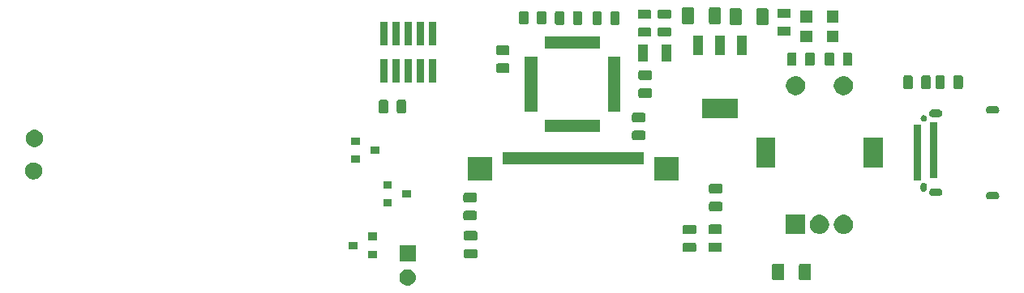
<source format=gbr>
G04 #@! TF.GenerationSoftware,KiCad,Pcbnew,5.0.2-bee76a0~70~ubuntu18.04.1*
G04 #@! TF.CreationDate,2019-06-21T11:09:07+02:00*
G04 #@! TF.ProjectId,RocketPCR,526f636b-6574-4504-9352-2e6b69636164,rev?*
G04 #@! TF.SameCoordinates,Original*
G04 #@! TF.FileFunction,Soldermask,Bot*
G04 #@! TF.FilePolarity,Negative*
%FSLAX46Y46*%
G04 Gerber Fmt 4.6, Leading zero omitted, Abs format (unit mm)*
G04 Created by KiCad (PCBNEW 5.0.2-bee76a0~70~ubuntu18.04.1) date Fr 21 Jun 2019 11:09:07 CEST*
%MOMM*%
%LPD*%
G01*
G04 APERTURE LIST*
%ADD10C,0.100000*%
G04 APERTURE END LIST*
D10*
G36*
X122601830Y-112172899D02*
X122762055Y-112221503D01*
X122909720Y-112300431D01*
X123039149Y-112406651D01*
X123145369Y-112536080D01*
X123224297Y-112683745D01*
X123272901Y-112843970D01*
X123289312Y-113010600D01*
X123272901Y-113177230D01*
X123224297Y-113337455D01*
X123145369Y-113485120D01*
X123039149Y-113614549D01*
X122909720Y-113720769D01*
X122762055Y-113799697D01*
X122601830Y-113848301D01*
X122476952Y-113860600D01*
X122393448Y-113860600D01*
X122268570Y-113848301D01*
X122108345Y-113799697D01*
X121960680Y-113720769D01*
X121831251Y-113614549D01*
X121725031Y-113485120D01*
X121646103Y-113337455D01*
X121597499Y-113177230D01*
X121581088Y-113010600D01*
X121597499Y-112843970D01*
X121646103Y-112683745D01*
X121725031Y-112536080D01*
X121831251Y-112406651D01*
X121960680Y-112300431D01*
X122108345Y-112221503D01*
X122268570Y-112172899D01*
X122393448Y-112160600D01*
X122476952Y-112160600D01*
X122601830Y-112172899D01*
X122601830Y-112172899D01*
G37*
G36*
X164425824Y-111555355D02*
X164458536Y-111565279D01*
X164488690Y-111581397D01*
X164515116Y-111603084D01*
X164536803Y-111629510D01*
X164552921Y-111659664D01*
X164562845Y-111692376D01*
X164566800Y-111732538D01*
X164566800Y-113120262D01*
X164562845Y-113160424D01*
X164552921Y-113193136D01*
X164536803Y-113223290D01*
X164515116Y-113249716D01*
X164488690Y-113271403D01*
X164458536Y-113287521D01*
X164425824Y-113297445D01*
X164385662Y-113301400D01*
X163497938Y-113301400D01*
X163457776Y-113297445D01*
X163425064Y-113287521D01*
X163394910Y-113271403D01*
X163368484Y-113249716D01*
X163346797Y-113223290D01*
X163330679Y-113193136D01*
X163320755Y-113160424D01*
X163316800Y-113120262D01*
X163316800Y-111732538D01*
X163320755Y-111692376D01*
X163330679Y-111659664D01*
X163346797Y-111629510D01*
X163368484Y-111603084D01*
X163394910Y-111581397D01*
X163425064Y-111565279D01*
X163457776Y-111555355D01*
X163497938Y-111551400D01*
X164385662Y-111551400D01*
X164425824Y-111555355D01*
X164425824Y-111555355D01*
G37*
G36*
X161625824Y-111555355D02*
X161658536Y-111565279D01*
X161688690Y-111581397D01*
X161715116Y-111603084D01*
X161736803Y-111629510D01*
X161752921Y-111659664D01*
X161762845Y-111692376D01*
X161766800Y-111732538D01*
X161766800Y-113120262D01*
X161762845Y-113160424D01*
X161752921Y-113193136D01*
X161736803Y-113223290D01*
X161715116Y-113249716D01*
X161688690Y-113271403D01*
X161658536Y-113287521D01*
X161625824Y-113297445D01*
X161585662Y-113301400D01*
X160697938Y-113301400D01*
X160657776Y-113297445D01*
X160625064Y-113287521D01*
X160594910Y-113271403D01*
X160568484Y-113249716D01*
X160546797Y-113223290D01*
X160530679Y-113193136D01*
X160520755Y-113160424D01*
X160516800Y-113120262D01*
X160516800Y-111732538D01*
X160520755Y-111692376D01*
X160530679Y-111659664D01*
X160546797Y-111629510D01*
X160568484Y-111603084D01*
X160594910Y-111581397D01*
X160625064Y-111565279D01*
X160657776Y-111555355D01*
X160697938Y-111551400D01*
X161585662Y-111551400D01*
X161625824Y-111555355D01*
X161625824Y-111555355D01*
G37*
G36*
X123285200Y-111320600D02*
X121585200Y-111320600D01*
X121585200Y-109620600D01*
X123285200Y-109620600D01*
X123285200Y-111320600D01*
X123285200Y-111320600D01*
G37*
G36*
X119227600Y-111023000D02*
X118327600Y-111023000D01*
X118327600Y-110223000D01*
X119227600Y-110223000D01*
X119227600Y-111023000D01*
X119227600Y-111023000D01*
G37*
G36*
X129567792Y-110035676D02*
X129601683Y-110045957D01*
X129632911Y-110062648D01*
X129660285Y-110085115D01*
X129682752Y-110112489D01*
X129699443Y-110143717D01*
X129709724Y-110177608D01*
X129713800Y-110218991D01*
X129713800Y-110819209D01*
X129709724Y-110860592D01*
X129699443Y-110894483D01*
X129682752Y-110925711D01*
X129660285Y-110953085D01*
X129632911Y-110975552D01*
X129601683Y-110992243D01*
X129567792Y-111002524D01*
X129526409Y-111006600D01*
X128501191Y-111006600D01*
X128459808Y-111002524D01*
X128425917Y-110992243D01*
X128394689Y-110975552D01*
X128367315Y-110953085D01*
X128344848Y-110925711D01*
X128328157Y-110894483D01*
X128317876Y-110860592D01*
X128313800Y-110819209D01*
X128313800Y-110218991D01*
X128317876Y-110177608D01*
X128328157Y-110143717D01*
X128344848Y-110112489D01*
X128367315Y-110085115D01*
X128394689Y-110062648D01*
X128425917Y-110045957D01*
X128459808Y-110035676D01*
X128501191Y-110031600D01*
X129526409Y-110031600D01*
X129567792Y-110035676D01*
X129567792Y-110035676D01*
G37*
G36*
X152427792Y-109384676D02*
X152461683Y-109394957D01*
X152492911Y-109411648D01*
X152520285Y-109434115D01*
X152542752Y-109461489D01*
X152559443Y-109492717D01*
X152569724Y-109526608D01*
X152573800Y-109567991D01*
X152573800Y-110168209D01*
X152569724Y-110209592D01*
X152559443Y-110243483D01*
X152542752Y-110274711D01*
X152520285Y-110302085D01*
X152492911Y-110324552D01*
X152461683Y-110341243D01*
X152427792Y-110351524D01*
X152386409Y-110355600D01*
X151361191Y-110355600D01*
X151319808Y-110351524D01*
X151285917Y-110341243D01*
X151254689Y-110324552D01*
X151227315Y-110302085D01*
X151204848Y-110274711D01*
X151188157Y-110243483D01*
X151177876Y-110209592D01*
X151173800Y-110168209D01*
X151173800Y-109567991D01*
X151177876Y-109526608D01*
X151188157Y-109492717D01*
X151204848Y-109461489D01*
X151227315Y-109434115D01*
X151254689Y-109411648D01*
X151285917Y-109394957D01*
X151319808Y-109384676D01*
X151361191Y-109380600D01*
X152386409Y-109380600D01*
X152427792Y-109384676D01*
X152427792Y-109384676D01*
G37*
G36*
X155120192Y-109359276D02*
X155154083Y-109369557D01*
X155185311Y-109386248D01*
X155212685Y-109408715D01*
X155235152Y-109436089D01*
X155251843Y-109467317D01*
X155262124Y-109501208D01*
X155266200Y-109542591D01*
X155266200Y-110142809D01*
X155262124Y-110184192D01*
X155251843Y-110218083D01*
X155235152Y-110249311D01*
X155212685Y-110276685D01*
X155185311Y-110299152D01*
X155154083Y-110315843D01*
X155120192Y-110326124D01*
X155078809Y-110330200D01*
X154053591Y-110330200D01*
X154012208Y-110326124D01*
X153978317Y-110315843D01*
X153947089Y-110299152D01*
X153919715Y-110276685D01*
X153897248Y-110249311D01*
X153880557Y-110218083D01*
X153870276Y-110184192D01*
X153866200Y-110142809D01*
X153866200Y-109542591D01*
X153870276Y-109501208D01*
X153880557Y-109467317D01*
X153897248Y-109436089D01*
X153919715Y-109408715D01*
X153947089Y-109386248D01*
X153978317Y-109369557D01*
X154012208Y-109359276D01*
X154053591Y-109355200D01*
X155078809Y-109355200D01*
X155120192Y-109359276D01*
X155120192Y-109359276D01*
G37*
G36*
X117227600Y-110073000D02*
X116327600Y-110073000D01*
X116327600Y-109273000D01*
X117227600Y-109273000D01*
X117227600Y-110073000D01*
X117227600Y-110073000D01*
G37*
G36*
X129567792Y-108160676D02*
X129601683Y-108170957D01*
X129632911Y-108187648D01*
X129660285Y-108210115D01*
X129682752Y-108237489D01*
X129699443Y-108268717D01*
X129709724Y-108302608D01*
X129713800Y-108343991D01*
X129713800Y-108944209D01*
X129709724Y-108985592D01*
X129699443Y-109019483D01*
X129682752Y-109050711D01*
X129660285Y-109078085D01*
X129632911Y-109100552D01*
X129601683Y-109117243D01*
X129567792Y-109127524D01*
X129526409Y-109131600D01*
X128501191Y-109131600D01*
X128459808Y-109127524D01*
X128425917Y-109117243D01*
X128394689Y-109100552D01*
X128367315Y-109078085D01*
X128344848Y-109050711D01*
X128328157Y-109019483D01*
X128317876Y-108985592D01*
X128313800Y-108944209D01*
X128313800Y-108343991D01*
X128317876Y-108302608D01*
X128328157Y-108268717D01*
X128344848Y-108237489D01*
X128367315Y-108210115D01*
X128394689Y-108187648D01*
X128425917Y-108170957D01*
X128459808Y-108160676D01*
X128501191Y-108156600D01*
X129526409Y-108156600D01*
X129567792Y-108160676D01*
X129567792Y-108160676D01*
G37*
G36*
X119227600Y-109123000D02*
X118327600Y-109123000D01*
X118327600Y-108323000D01*
X119227600Y-108323000D01*
X119227600Y-109123000D01*
X119227600Y-109123000D01*
G37*
G36*
X152427792Y-107509676D02*
X152461683Y-107519957D01*
X152492911Y-107536648D01*
X152520285Y-107559115D01*
X152542752Y-107586489D01*
X152559443Y-107617717D01*
X152569724Y-107651608D01*
X152573800Y-107692991D01*
X152573800Y-108293209D01*
X152569724Y-108334592D01*
X152559443Y-108368483D01*
X152542752Y-108399711D01*
X152520285Y-108427085D01*
X152492911Y-108449552D01*
X152461683Y-108466243D01*
X152427792Y-108476524D01*
X152386409Y-108480600D01*
X151361191Y-108480600D01*
X151319808Y-108476524D01*
X151285917Y-108466243D01*
X151254689Y-108449552D01*
X151227315Y-108427085D01*
X151204848Y-108399711D01*
X151188157Y-108368483D01*
X151177876Y-108334592D01*
X151173800Y-108293209D01*
X151173800Y-107692991D01*
X151177876Y-107651608D01*
X151188157Y-107617717D01*
X151204848Y-107586489D01*
X151227315Y-107559115D01*
X151254689Y-107536648D01*
X151285917Y-107519957D01*
X151319808Y-107509676D01*
X151361191Y-107505600D01*
X152386409Y-107505600D01*
X152427792Y-107509676D01*
X152427792Y-107509676D01*
G37*
G36*
X155120192Y-107484276D02*
X155154083Y-107494557D01*
X155185311Y-107511248D01*
X155212685Y-107533715D01*
X155235152Y-107561089D01*
X155251843Y-107592317D01*
X155262124Y-107626208D01*
X155266200Y-107667591D01*
X155266200Y-108267809D01*
X155262124Y-108309192D01*
X155251843Y-108343083D01*
X155235152Y-108374311D01*
X155212685Y-108401685D01*
X155185311Y-108424152D01*
X155154083Y-108440843D01*
X155120192Y-108451124D01*
X155078809Y-108455200D01*
X154053591Y-108455200D01*
X154012208Y-108451124D01*
X153978317Y-108440843D01*
X153947089Y-108424152D01*
X153919715Y-108401685D01*
X153897248Y-108374311D01*
X153880557Y-108343083D01*
X153870276Y-108309192D01*
X153866200Y-108267809D01*
X153866200Y-107667591D01*
X153870276Y-107626208D01*
X153880557Y-107592317D01*
X153897248Y-107561089D01*
X153919715Y-107533715D01*
X153947089Y-107511248D01*
X153978317Y-107494557D01*
X154012208Y-107484276D01*
X154053591Y-107480200D01*
X155078809Y-107480200D01*
X155120192Y-107484276D01*
X155120192Y-107484276D01*
G37*
G36*
X165632770Y-106470372D02*
X165748689Y-106493429D01*
X165930678Y-106568811D01*
X166094463Y-106678249D01*
X166233751Y-106817537D01*
X166343189Y-106981322D01*
X166418571Y-107163311D01*
X166441628Y-107279230D01*
X166457000Y-107356507D01*
X166457000Y-107553493D01*
X166449277Y-107592317D01*
X166418571Y-107746689D01*
X166343189Y-107928678D01*
X166233751Y-108092463D01*
X166094463Y-108231751D01*
X165930678Y-108341189D01*
X165748689Y-108416571D01*
X165647764Y-108436646D01*
X165555493Y-108455000D01*
X165358507Y-108455000D01*
X165266236Y-108436646D01*
X165165311Y-108416571D01*
X164983322Y-108341189D01*
X164819537Y-108231751D01*
X164680249Y-108092463D01*
X164570811Y-107928678D01*
X164495429Y-107746689D01*
X164464723Y-107592317D01*
X164457000Y-107553493D01*
X164457000Y-107356507D01*
X164472372Y-107279230D01*
X164495429Y-107163311D01*
X164570811Y-106981322D01*
X164680249Y-106817537D01*
X164819537Y-106678249D01*
X164983322Y-106568811D01*
X165165311Y-106493429D01*
X165281230Y-106470372D01*
X165358507Y-106455000D01*
X165555493Y-106455000D01*
X165632770Y-106470372D01*
X165632770Y-106470372D01*
G37*
G36*
X168132770Y-106470372D02*
X168248689Y-106493429D01*
X168430678Y-106568811D01*
X168594463Y-106678249D01*
X168733751Y-106817537D01*
X168843189Y-106981322D01*
X168918571Y-107163311D01*
X168941628Y-107279230D01*
X168957000Y-107356507D01*
X168957000Y-107553493D01*
X168949277Y-107592317D01*
X168918571Y-107746689D01*
X168843189Y-107928678D01*
X168733751Y-108092463D01*
X168594463Y-108231751D01*
X168430678Y-108341189D01*
X168248689Y-108416571D01*
X168147764Y-108436646D01*
X168055493Y-108455000D01*
X167858507Y-108455000D01*
X167766236Y-108436646D01*
X167665311Y-108416571D01*
X167483322Y-108341189D01*
X167319537Y-108231751D01*
X167180249Y-108092463D01*
X167070811Y-107928678D01*
X166995429Y-107746689D01*
X166964723Y-107592317D01*
X166957000Y-107553493D01*
X166957000Y-107356507D01*
X166972372Y-107279230D01*
X166995429Y-107163311D01*
X167070811Y-106981322D01*
X167180249Y-106817537D01*
X167319537Y-106678249D01*
X167483322Y-106568811D01*
X167665311Y-106493429D01*
X167781230Y-106470372D01*
X167858507Y-106455000D01*
X168055493Y-106455000D01*
X168132770Y-106470372D01*
X168132770Y-106470372D01*
G37*
G36*
X163957000Y-108455000D02*
X161957000Y-108455000D01*
X161957000Y-106455000D01*
X163957000Y-106455000D01*
X163957000Y-108455000D01*
X163957000Y-108455000D01*
G37*
G36*
X129516992Y-106047876D02*
X129550883Y-106058157D01*
X129582111Y-106074848D01*
X129609485Y-106097315D01*
X129631952Y-106124689D01*
X129648643Y-106155917D01*
X129658924Y-106189808D01*
X129663000Y-106231191D01*
X129663000Y-106831409D01*
X129658924Y-106872792D01*
X129648643Y-106906683D01*
X129631952Y-106937911D01*
X129609485Y-106965285D01*
X129582111Y-106987752D01*
X129550883Y-107004443D01*
X129516992Y-107014724D01*
X129475609Y-107018800D01*
X128450391Y-107018800D01*
X128409008Y-107014724D01*
X128375117Y-107004443D01*
X128343889Y-106987752D01*
X128316515Y-106965285D01*
X128294048Y-106937911D01*
X128277357Y-106906683D01*
X128267076Y-106872792D01*
X128263000Y-106831409D01*
X128263000Y-106231191D01*
X128267076Y-106189808D01*
X128277357Y-106155917D01*
X128294048Y-106124689D01*
X128316515Y-106097315D01*
X128343889Y-106074848D01*
X128375117Y-106058157D01*
X128409008Y-106047876D01*
X128450391Y-106043800D01*
X129475609Y-106043800D01*
X129516992Y-106047876D01*
X129516992Y-106047876D01*
G37*
G36*
X155170992Y-105108076D02*
X155204883Y-105118357D01*
X155236111Y-105135048D01*
X155263485Y-105157515D01*
X155285952Y-105184889D01*
X155302643Y-105216117D01*
X155312924Y-105250008D01*
X155317000Y-105291391D01*
X155317000Y-105891609D01*
X155312924Y-105932992D01*
X155302643Y-105966883D01*
X155285952Y-105998111D01*
X155263485Y-106025485D01*
X155236111Y-106047952D01*
X155204883Y-106064643D01*
X155170992Y-106074924D01*
X155129609Y-106079000D01*
X154104391Y-106079000D01*
X154063008Y-106074924D01*
X154029117Y-106064643D01*
X153997889Y-106047952D01*
X153970515Y-106025485D01*
X153948048Y-105998111D01*
X153931357Y-105966883D01*
X153921076Y-105932992D01*
X153917000Y-105891609D01*
X153917000Y-105291391D01*
X153921076Y-105250008D01*
X153931357Y-105216117D01*
X153948048Y-105184889D01*
X153970515Y-105157515D01*
X153997889Y-105135048D01*
X154029117Y-105118357D01*
X154063008Y-105108076D01*
X154104391Y-105104000D01*
X155129609Y-105104000D01*
X155170992Y-105108076D01*
X155170992Y-105108076D01*
G37*
G36*
X120793000Y-105623000D02*
X119893000Y-105623000D01*
X119893000Y-104823000D01*
X120793000Y-104823000D01*
X120793000Y-105623000D01*
X120793000Y-105623000D01*
G37*
G36*
X129516992Y-104172876D02*
X129550883Y-104183157D01*
X129582111Y-104199848D01*
X129609485Y-104222315D01*
X129631952Y-104249689D01*
X129648643Y-104280917D01*
X129658924Y-104314808D01*
X129663000Y-104356191D01*
X129663000Y-104956409D01*
X129658924Y-104997792D01*
X129648643Y-105031683D01*
X129631952Y-105062911D01*
X129609485Y-105090285D01*
X129582111Y-105112752D01*
X129550883Y-105129443D01*
X129516992Y-105139724D01*
X129475609Y-105143800D01*
X128450391Y-105143800D01*
X128409008Y-105139724D01*
X128375117Y-105129443D01*
X128343889Y-105112752D01*
X128316515Y-105090285D01*
X128294048Y-105062911D01*
X128277357Y-105031683D01*
X128267076Y-104997792D01*
X128263000Y-104956409D01*
X128263000Y-104356191D01*
X128267076Y-104314808D01*
X128277357Y-104280917D01*
X128294048Y-104249689D01*
X128316515Y-104222315D01*
X128343889Y-104199848D01*
X128375117Y-104183157D01*
X128409008Y-104172876D01*
X128450391Y-104168800D01*
X129475609Y-104168800D01*
X129516992Y-104172876D01*
X129516992Y-104172876D01*
G37*
G36*
X183915414Y-104060788D02*
X183990814Y-104083660D01*
X184060303Y-104120803D01*
X184121211Y-104170789D01*
X184171197Y-104231697D01*
X184208340Y-104301186D01*
X184231212Y-104376586D01*
X184238935Y-104455000D01*
X184231212Y-104533414D01*
X184208340Y-104608814D01*
X184171197Y-104678303D01*
X184121211Y-104739211D01*
X184060303Y-104789197D01*
X183990814Y-104826340D01*
X183915414Y-104849212D01*
X183856647Y-104855000D01*
X183217353Y-104855000D01*
X183158586Y-104849212D01*
X183083186Y-104826340D01*
X183013697Y-104789197D01*
X182952789Y-104739211D01*
X182902803Y-104678303D01*
X182865660Y-104608814D01*
X182842788Y-104533414D01*
X182835065Y-104455000D01*
X182842788Y-104376586D01*
X182865660Y-104301186D01*
X182902803Y-104231697D01*
X182952789Y-104170789D01*
X183013697Y-104120803D01*
X183083186Y-104083660D01*
X183158586Y-104060788D01*
X183217353Y-104055000D01*
X183856647Y-104055000D01*
X183915414Y-104060788D01*
X183915414Y-104060788D01*
G37*
G36*
X122793000Y-104673000D02*
X121893000Y-104673000D01*
X121893000Y-103873000D01*
X122793000Y-103873000D01*
X122793000Y-104673000D01*
X122793000Y-104673000D01*
G37*
G36*
X177965414Y-103700788D02*
X178040814Y-103723660D01*
X178110303Y-103760803D01*
X178171211Y-103810789D01*
X178221197Y-103871697D01*
X178258340Y-103941186D01*
X178281212Y-104016586D01*
X178288935Y-104095000D01*
X178281212Y-104173414D01*
X178258340Y-104248814D01*
X178221197Y-104318303D01*
X178171211Y-104379211D01*
X178110303Y-104429197D01*
X178040814Y-104466340D01*
X177965414Y-104489212D01*
X177906647Y-104495000D01*
X177267353Y-104495000D01*
X177208586Y-104489212D01*
X177133186Y-104466340D01*
X177063697Y-104429197D01*
X177002789Y-104379211D01*
X176952803Y-104318303D01*
X176915660Y-104248814D01*
X176892788Y-104173414D01*
X176885065Y-104095000D01*
X176892788Y-104016586D01*
X176915660Y-103941186D01*
X176952803Y-103871697D01*
X177002789Y-103810789D01*
X177063697Y-103760803D01*
X177133186Y-103723660D01*
X177208586Y-103700788D01*
X177267353Y-103695000D01*
X177906647Y-103695000D01*
X177965414Y-103700788D01*
X177965414Y-103700788D01*
G37*
G36*
X155170992Y-103233076D02*
X155204883Y-103243357D01*
X155236111Y-103260048D01*
X155263485Y-103282515D01*
X155285952Y-103309889D01*
X155302643Y-103341117D01*
X155312924Y-103375008D01*
X155317000Y-103416391D01*
X155317000Y-104016609D01*
X155312924Y-104057992D01*
X155302643Y-104091883D01*
X155285952Y-104123111D01*
X155263485Y-104150485D01*
X155236111Y-104172952D01*
X155204883Y-104189643D01*
X155170992Y-104199924D01*
X155129609Y-104204000D01*
X154104391Y-104204000D01*
X154063008Y-104199924D01*
X154029117Y-104189643D01*
X153997889Y-104172952D01*
X153970515Y-104150485D01*
X153948048Y-104123111D01*
X153931357Y-104091883D01*
X153921076Y-104057992D01*
X153917000Y-104016609D01*
X153917000Y-103416391D01*
X153921076Y-103375008D01*
X153931357Y-103341117D01*
X153948048Y-103309889D01*
X153970515Y-103282515D01*
X153997889Y-103260048D01*
X154029117Y-103243357D01*
X154063008Y-103233076D01*
X154104391Y-103229000D01*
X155129609Y-103229000D01*
X155170992Y-103233076D01*
X155170992Y-103233076D01*
G37*
G36*
X176400712Y-103094702D02*
X176461972Y-103113285D01*
X176499614Y-103133406D01*
X176518434Y-103143465D01*
X176567921Y-103184079D01*
X176608535Y-103233566D01*
X176618594Y-103252386D01*
X176638715Y-103290028D01*
X176657298Y-103351288D01*
X176662000Y-103399035D01*
X176662000Y-103730965D01*
X176657298Y-103778712D01*
X176638715Y-103839972D01*
X176621758Y-103871695D01*
X176608536Y-103896433D01*
X176608534Y-103896435D01*
X176567924Y-103945918D01*
X176567922Y-103945919D01*
X176567921Y-103945921D01*
X176518433Y-103986535D01*
X176488253Y-104002666D01*
X176461971Y-104016715D01*
X176400711Y-104035298D01*
X176337000Y-104041572D01*
X176273288Y-104035298D01*
X176212028Y-104016715D01*
X176174386Y-103996594D01*
X176155566Y-103986535D01*
X176123538Y-103960250D01*
X176106082Y-103945924D01*
X176106081Y-103945922D01*
X176106079Y-103945921D01*
X176065465Y-103896433D01*
X176049334Y-103866253D01*
X176035285Y-103839971D01*
X176016702Y-103778711D01*
X176012000Y-103730964D01*
X176012000Y-103399035D01*
X176016702Y-103351288D01*
X176035286Y-103290027D01*
X176065403Y-103233684D01*
X176065466Y-103233566D01*
X176106080Y-103184079D01*
X176155567Y-103143465D01*
X176174387Y-103133406D01*
X176212029Y-103113285D01*
X176273289Y-103094702D01*
X176337000Y-103088428D01*
X176400712Y-103094702D01*
X176400712Y-103094702D01*
G37*
G36*
X120793000Y-103723000D02*
X119893000Y-103723000D01*
X119893000Y-102923000D01*
X120793000Y-102923000D01*
X120793000Y-103723000D01*
X120793000Y-103723000D01*
G37*
G36*
X150737000Y-102880000D02*
X148237000Y-102880000D01*
X148237000Y-100380000D01*
X150737000Y-100380000D01*
X150737000Y-102880000D01*
X150737000Y-102880000D01*
G37*
G36*
X131237000Y-102880000D02*
X128737000Y-102880000D01*
X128737000Y-100380000D01*
X131237000Y-100380000D01*
X131237000Y-102880000D01*
X131237000Y-102880000D01*
G37*
G36*
X176027000Y-102865000D02*
X175327000Y-102865000D01*
X175327000Y-97065000D01*
X176027000Y-97065000D01*
X176027000Y-102865000D01*
X176027000Y-102865000D01*
G37*
G36*
X83639521Y-101011586D02*
X83803309Y-101079429D01*
X83950720Y-101177926D01*
X84076074Y-101303280D01*
X84174571Y-101450691D01*
X84242414Y-101614479D01*
X84277000Y-101788356D01*
X84277000Y-101965644D01*
X84242414Y-102139521D01*
X84174571Y-102303309D01*
X84076074Y-102450720D01*
X83950720Y-102576074D01*
X83803309Y-102674571D01*
X83639521Y-102742414D01*
X83465644Y-102777000D01*
X83288356Y-102777000D01*
X83114479Y-102742414D01*
X82950691Y-102674571D01*
X82803280Y-102576074D01*
X82677926Y-102450720D01*
X82579429Y-102303309D01*
X82511586Y-102139521D01*
X82477000Y-101965644D01*
X82477000Y-101788356D01*
X82511586Y-101614479D01*
X82579429Y-101450691D01*
X82677926Y-101303280D01*
X82803280Y-101177926D01*
X82950691Y-101079429D01*
X83114479Y-101011586D01*
X83288356Y-100977000D01*
X83465644Y-100977000D01*
X83639521Y-101011586D01*
X83639521Y-101011586D01*
G37*
G36*
X177727000Y-102615000D02*
X177027000Y-102615000D01*
X177027000Y-96815000D01*
X177727000Y-96815000D01*
X177727000Y-102615000D01*
X177727000Y-102615000D01*
G37*
G36*
X160857000Y-101555000D02*
X158857000Y-101555000D01*
X158857000Y-98355000D01*
X160857000Y-98355000D01*
X160857000Y-101555000D01*
X160857000Y-101555000D01*
G37*
G36*
X172057000Y-101555000D02*
X170057000Y-101555000D01*
X170057000Y-98355000D01*
X172057000Y-98355000D01*
X172057000Y-101555000D01*
X172057000Y-101555000D01*
G37*
G36*
X147137000Y-101155000D02*
X132337000Y-101155000D01*
X132337000Y-99905000D01*
X147137000Y-99905000D01*
X147137000Y-101155000D01*
X147137000Y-101155000D01*
G37*
G36*
X117465600Y-101051000D02*
X116565600Y-101051000D01*
X116565600Y-100251000D01*
X117465600Y-100251000D01*
X117465600Y-101051000D01*
X117465600Y-101051000D01*
G37*
G36*
X119465600Y-100101000D02*
X118565600Y-100101000D01*
X118565600Y-99301000D01*
X119465600Y-99301000D01*
X119465600Y-100101000D01*
X119465600Y-100101000D01*
G37*
G36*
X83741521Y-97598586D02*
X83905309Y-97666429D01*
X84052720Y-97764926D01*
X84178074Y-97890280D01*
X84276571Y-98037691D01*
X84344414Y-98201479D01*
X84379000Y-98375356D01*
X84379000Y-98552644D01*
X84344414Y-98726521D01*
X84276571Y-98890309D01*
X84178074Y-99037720D01*
X84052720Y-99163074D01*
X83905309Y-99261571D01*
X83741521Y-99329414D01*
X83567644Y-99364000D01*
X83390356Y-99364000D01*
X83216479Y-99329414D01*
X83052691Y-99261571D01*
X82905280Y-99163074D01*
X82779926Y-99037720D01*
X82681429Y-98890309D01*
X82613586Y-98726521D01*
X82579000Y-98552644D01*
X82579000Y-98375356D01*
X82613586Y-98201479D01*
X82681429Y-98037691D01*
X82779926Y-97890280D01*
X82905280Y-97764926D01*
X83052691Y-97666429D01*
X83216479Y-97598586D01*
X83390356Y-97564000D01*
X83567644Y-97564000D01*
X83741521Y-97598586D01*
X83741521Y-97598586D01*
G37*
G36*
X117465600Y-99151000D02*
X116565600Y-99151000D01*
X116565600Y-98351000D01*
X117465600Y-98351000D01*
X117465600Y-99151000D01*
X117465600Y-99151000D01*
G37*
G36*
X147130992Y-97669076D02*
X147164883Y-97679357D01*
X147196111Y-97696048D01*
X147223485Y-97718515D01*
X147245952Y-97745889D01*
X147262643Y-97777117D01*
X147272924Y-97811008D01*
X147277000Y-97852391D01*
X147277000Y-98452609D01*
X147272924Y-98493992D01*
X147262643Y-98527883D01*
X147245952Y-98559111D01*
X147223485Y-98586485D01*
X147196111Y-98608952D01*
X147164883Y-98625643D01*
X147130992Y-98635924D01*
X147089609Y-98640000D01*
X146064391Y-98640000D01*
X146023008Y-98635924D01*
X145989117Y-98625643D01*
X145957889Y-98608952D01*
X145930515Y-98586485D01*
X145908048Y-98559111D01*
X145891357Y-98527883D01*
X145881076Y-98493992D01*
X145877000Y-98452609D01*
X145877000Y-97852391D01*
X145881076Y-97811008D01*
X145891357Y-97777117D01*
X145908048Y-97745889D01*
X145930515Y-97718515D01*
X145957889Y-97696048D01*
X145989117Y-97679357D01*
X146023008Y-97669076D01*
X146064391Y-97665000D01*
X147089609Y-97665000D01*
X147130992Y-97669076D01*
X147130992Y-97669076D01*
G37*
G36*
X142552000Y-97811000D02*
X136802000Y-97811000D01*
X136802000Y-96511000D01*
X142552000Y-96511000D01*
X142552000Y-97811000D01*
X142552000Y-97811000D01*
G37*
G36*
X147130992Y-95794076D02*
X147164883Y-95804357D01*
X147196111Y-95821048D01*
X147223485Y-95843515D01*
X147245952Y-95870889D01*
X147262643Y-95902117D01*
X147272924Y-95936008D01*
X147277000Y-95977391D01*
X147277000Y-96577609D01*
X147272924Y-96618992D01*
X147262643Y-96652883D01*
X147245952Y-96684111D01*
X147223485Y-96711485D01*
X147196111Y-96733952D01*
X147164883Y-96750643D01*
X147130992Y-96760924D01*
X147089609Y-96765000D01*
X146064391Y-96765000D01*
X146023008Y-96760924D01*
X145989117Y-96750643D01*
X145957889Y-96733952D01*
X145930515Y-96711485D01*
X145908048Y-96684111D01*
X145891357Y-96652883D01*
X145881076Y-96618992D01*
X145877000Y-96577609D01*
X145877000Y-95977391D01*
X145881076Y-95936008D01*
X145891357Y-95902117D01*
X145908048Y-95870889D01*
X145930515Y-95843515D01*
X145957889Y-95821048D01*
X145989117Y-95804357D01*
X146023008Y-95794076D01*
X146064391Y-95790000D01*
X147089609Y-95790000D01*
X147130992Y-95794076D01*
X147130992Y-95794076D01*
G37*
G36*
X176431799Y-96052489D02*
X176477543Y-96071437D01*
X176490941Y-96076986D01*
X176490942Y-96076987D01*
X176490945Y-96076988D01*
X176544176Y-96112556D01*
X176589444Y-96157824D01*
X176625012Y-96211055D01*
X176649511Y-96270201D01*
X176662000Y-96332990D01*
X176662000Y-96397010D01*
X176649511Y-96459799D01*
X176625012Y-96518945D01*
X176589444Y-96572176D01*
X176544176Y-96617444D01*
X176490945Y-96653012D01*
X176490942Y-96653013D01*
X176490941Y-96653014D01*
X176482114Y-96656670D01*
X176431799Y-96677511D01*
X176369010Y-96690000D01*
X176304990Y-96690000D01*
X176242201Y-96677511D01*
X176191886Y-96656670D01*
X176183059Y-96653014D01*
X176183058Y-96653013D01*
X176183055Y-96653012D01*
X176129824Y-96617444D01*
X176084556Y-96572176D01*
X176048988Y-96518945D01*
X176024489Y-96459799D01*
X176012000Y-96397010D01*
X176012000Y-96332990D01*
X176024489Y-96270201D01*
X176048988Y-96211055D01*
X176084556Y-96157824D01*
X176129824Y-96112556D01*
X176183055Y-96076988D01*
X176183058Y-96076987D01*
X176183059Y-96076986D01*
X176196457Y-96071437D01*
X176242201Y-96052489D01*
X176304990Y-96040000D01*
X176369010Y-96040000D01*
X176431799Y-96052489D01*
X176431799Y-96052489D01*
G37*
G36*
X156885800Y-96345000D02*
X153228200Y-96345000D01*
X153228200Y-94313000D01*
X156885800Y-94313000D01*
X156885800Y-96345000D01*
X156885800Y-96345000D01*
G37*
G36*
X177965414Y-95440788D02*
X178040814Y-95463660D01*
X178110303Y-95500803D01*
X178171211Y-95550789D01*
X178221197Y-95611697D01*
X178258340Y-95681186D01*
X178281212Y-95756586D01*
X178288935Y-95835000D01*
X178281212Y-95913414D01*
X178258340Y-95988814D01*
X178221197Y-96058303D01*
X178171211Y-96119211D01*
X178110303Y-96169197D01*
X178040814Y-96206340D01*
X177965414Y-96229212D01*
X177906647Y-96235000D01*
X177267353Y-96235000D01*
X177208586Y-96229212D01*
X177133186Y-96206340D01*
X177063697Y-96169197D01*
X177002789Y-96119211D01*
X176952803Y-96058303D01*
X176915660Y-95988814D01*
X176892788Y-95913414D01*
X176885065Y-95835000D01*
X176892788Y-95756586D01*
X176915660Y-95681186D01*
X176952803Y-95611697D01*
X177002789Y-95550789D01*
X177063697Y-95500803D01*
X177133186Y-95463660D01*
X177208586Y-95440788D01*
X177267353Y-95435000D01*
X177906647Y-95435000D01*
X177965414Y-95440788D01*
X177965414Y-95440788D01*
G37*
G36*
X183915414Y-95080788D02*
X183990814Y-95103660D01*
X184060303Y-95140803D01*
X184121211Y-95190789D01*
X184171197Y-95251697D01*
X184208340Y-95321186D01*
X184231212Y-95396586D01*
X184238935Y-95475000D01*
X184231212Y-95553414D01*
X184208340Y-95628814D01*
X184171197Y-95698303D01*
X184121211Y-95759211D01*
X184060303Y-95809197D01*
X183990814Y-95846340D01*
X183915414Y-95869212D01*
X183856647Y-95875000D01*
X183217353Y-95875000D01*
X183158586Y-95869212D01*
X183083186Y-95846340D01*
X183013697Y-95809197D01*
X182952789Y-95759211D01*
X182902803Y-95698303D01*
X182865660Y-95628814D01*
X182842788Y-95553414D01*
X182835065Y-95475000D01*
X182842788Y-95396586D01*
X182865660Y-95321186D01*
X182902803Y-95251697D01*
X182952789Y-95190789D01*
X183013697Y-95140803D01*
X183083186Y-95103660D01*
X183158586Y-95080788D01*
X183217353Y-95075000D01*
X183856647Y-95075000D01*
X183915414Y-95080788D01*
X183915414Y-95080788D01*
G37*
G36*
X122139392Y-94433076D02*
X122173283Y-94443357D01*
X122204511Y-94460048D01*
X122231885Y-94482515D01*
X122254352Y-94509889D01*
X122271043Y-94541117D01*
X122281324Y-94575008D01*
X122285400Y-94616391D01*
X122285400Y-95641609D01*
X122281324Y-95682992D01*
X122271043Y-95716883D01*
X122254352Y-95748111D01*
X122231885Y-95775485D01*
X122204511Y-95797952D01*
X122173283Y-95814643D01*
X122139392Y-95824924D01*
X122098009Y-95829000D01*
X121497791Y-95829000D01*
X121456408Y-95824924D01*
X121422517Y-95814643D01*
X121391289Y-95797952D01*
X121363915Y-95775485D01*
X121341448Y-95748111D01*
X121324757Y-95716883D01*
X121314476Y-95682992D01*
X121310400Y-95641609D01*
X121310400Y-94616391D01*
X121314476Y-94575008D01*
X121324757Y-94541117D01*
X121341448Y-94509889D01*
X121363915Y-94482515D01*
X121391289Y-94460048D01*
X121422517Y-94443357D01*
X121456408Y-94433076D01*
X121497791Y-94429000D01*
X122098009Y-94429000D01*
X122139392Y-94433076D01*
X122139392Y-94433076D01*
G37*
G36*
X120264392Y-94433076D02*
X120298283Y-94443357D01*
X120329511Y-94460048D01*
X120356885Y-94482515D01*
X120379352Y-94509889D01*
X120396043Y-94541117D01*
X120406324Y-94575008D01*
X120410400Y-94616391D01*
X120410400Y-95641609D01*
X120406324Y-95682992D01*
X120396043Y-95716883D01*
X120379352Y-95748111D01*
X120356885Y-95775485D01*
X120329511Y-95797952D01*
X120298283Y-95814643D01*
X120264392Y-95824924D01*
X120223009Y-95829000D01*
X119622791Y-95829000D01*
X119581408Y-95824924D01*
X119547517Y-95814643D01*
X119516289Y-95797952D01*
X119488915Y-95775485D01*
X119466448Y-95748111D01*
X119449757Y-95716883D01*
X119439476Y-95682992D01*
X119435400Y-95641609D01*
X119435400Y-94616391D01*
X119439476Y-94575008D01*
X119449757Y-94541117D01*
X119466448Y-94509889D01*
X119488915Y-94482515D01*
X119516289Y-94460048D01*
X119547517Y-94443357D01*
X119581408Y-94433076D01*
X119622791Y-94429000D01*
X120223009Y-94429000D01*
X120264392Y-94433076D01*
X120264392Y-94433076D01*
G37*
G36*
X135977000Y-95686000D02*
X134677000Y-95686000D01*
X134677000Y-89936000D01*
X135977000Y-89936000D01*
X135977000Y-95686000D01*
X135977000Y-95686000D01*
G37*
G36*
X144677000Y-95686000D02*
X143377000Y-95686000D01*
X143377000Y-89936000D01*
X144677000Y-89936000D01*
X144677000Y-95686000D01*
X144677000Y-95686000D01*
G37*
G36*
X147804992Y-93246276D02*
X147838883Y-93256557D01*
X147870111Y-93273248D01*
X147897485Y-93295715D01*
X147919952Y-93323089D01*
X147936643Y-93354317D01*
X147946924Y-93388208D01*
X147951000Y-93429591D01*
X147951000Y-94029809D01*
X147946924Y-94071192D01*
X147936643Y-94105083D01*
X147919952Y-94136311D01*
X147897485Y-94163685D01*
X147870111Y-94186152D01*
X147838883Y-94202843D01*
X147804992Y-94213124D01*
X147763609Y-94217200D01*
X146738391Y-94217200D01*
X146697008Y-94213124D01*
X146663117Y-94202843D01*
X146631889Y-94186152D01*
X146604515Y-94163685D01*
X146582048Y-94136311D01*
X146565357Y-94105083D01*
X146555076Y-94071192D01*
X146551000Y-94029809D01*
X146551000Y-93429591D01*
X146555076Y-93388208D01*
X146565357Y-93354317D01*
X146582048Y-93323089D01*
X146604515Y-93295715D01*
X146631889Y-93273248D01*
X146663117Y-93256557D01*
X146697008Y-93246276D01*
X146738391Y-93242200D01*
X147763609Y-93242200D01*
X147804992Y-93246276D01*
X147804992Y-93246276D01*
G37*
G36*
X168130344Y-91969889D02*
X168248689Y-91993429D01*
X168430678Y-92068811D01*
X168594463Y-92178249D01*
X168733751Y-92317537D01*
X168843189Y-92481322D01*
X168918571Y-92663311D01*
X168923084Y-92686000D01*
X168957000Y-92856507D01*
X168957000Y-93053493D01*
X168947429Y-93101609D01*
X168918571Y-93246689D01*
X168843189Y-93428678D01*
X168733751Y-93592463D01*
X168594463Y-93731751D01*
X168430678Y-93841189D01*
X168248689Y-93916571D01*
X168132770Y-93939628D01*
X168055493Y-93955000D01*
X167858507Y-93955000D01*
X167781230Y-93939628D01*
X167665311Y-93916571D01*
X167483322Y-93841189D01*
X167319537Y-93731751D01*
X167180249Y-93592463D01*
X167070811Y-93428678D01*
X166995429Y-93246689D01*
X166966571Y-93101609D01*
X166957000Y-93053493D01*
X166957000Y-92856507D01*
X166990916Y-92686000D01*
X166995429Y-92663311D01*
X167070811Y-92481322D01*
X167180249Y-92317537D01*
X167319537Y-92178249D01*
X167483322Y-92068811D01*
X167665311Y-91993429D01*
X167783656Y-91969889D01*
X167858507Y-91955000D01*
X168055493Y-91955000D01*
X168130344Y-91969889D01*
X168130344Y-91969889D01*
G37*
G36*
X163130344Y-91969889D02*
X163248689Y-91993429D01*
X163430678Y-92068811D01*
X163594463Y-92178249D01*
X163733751Y-92317537D01*
X163843189Y-92481322D01*
X163918571Y-92663311D01*
X163923084Y-92686000D01*
X163957000Y-92856507D01*
X163957000Y-93053493D01*
X163947429Y-93101609D01*
X163918571Y-93246689D01*
X163843189Y-93428678D01*
X163733751Y-93592463D01*
X163594463Y-93731751D01*
X163430678Y-93841189D01*
X163248689Y-93916571D01*
X163132770Y-93939628D01*
X163055493Y-93955000D01*
X162858507Y-93955000D01*
X162781230Y-93939628D01*
X162665311Y-93916571D01*
X162483322Y-93841189D01*
X162319537Y-93731751D01*
X162180249Y-93592463D01*
X162070811Y-93428678D01*
X161995429Y-93246689D01*
X161966571Y-93101609D01*
X161957000Y-93053493D01*
X161957000Y-92856507D01*
X161990916Y-92686000D01*
X161995429Y-92663311D01*
X162070811Y-92481322D01*
X162180249Y-92317537D01*
X162319537Y-92178249D01*
X162483322Y-92068811D01*
X162665311Y-91993429D01*
X162783656Y-91969889D01*
X162858507Y-91955000D01*
X163055493Y-91955000D01*
X163130344Y-91969889D01*
X163130344Y-91969889D01*
G37*
G36*
X180279992Y-91893076D02*
X180313883Y-91903357D01*
X180345111Y-91920048D01*
X180372485Y-91942515D01*
X180394952Y-91969889D01*
X180411643Y-92001117D01*
X180421924Y-92035008D01*
X180426000Y-92076391D01*
X180426000Y-93101609D01*
X180421924Y-93142992D01*
X180411643Y-93176883D01*
X180394952Y-93208111D01*
X180372485Y-93235485D01*
X180345111Y-93257952D01*
X180313883Y-93274643D01*
X180279992Y-93284924D01*
X180238609Y-93289000D01*
X179638391Y-93289000D01*
X179597008Y-93284924D01*
X179563117Y-93274643D01*
X179531889Y-93257952D01*
X179504515Y-93235485D01*
X179482048Y-93208111D01*
X179465357Y-93176883D01*
X179455076Y-93142992D01*
X179451000Y-93101609D01*
X179451000Y-92076391D01*
X179455076Y-92035008D01*
X179465357Y-92001117D01*
X179482048Y-91969889D01*
X179504515Y-91942515D01*
X179531889Y-91920048D01*
X179563117Y-91903357D01*
X179597008Y-91893076D01*
X179638391Y-91889000D01*
X180238609Y-91889000D01*
X180279992Y-91893076D01*
X180279992Y-91893076D01*
G37*
G36*
X175041992Y-91893076D02*
X175075883Y-91903357D01*
X175107111Y-91920048D01*
X175134485Y-91942515D01*
X175156952Y-91969889D01*
X175173643Y-92001117D01*
X175183924Y-92035008D01*
X175188000Y-92076391D01*
X175188000Y-93101609D01*
X175183924Y-93142992D01*
X175173643Y-93176883D01*
X175156952Y-93208111D01*
X175134485Y-93235485D01*
X175107111Y-93257952D01*
X175075883Y-93274643D01*
X175041992Y-93284924D01*
X175000609Y-93289000D01*
X174400391Y-93289000D01*
X174359008Y-93284924D01*
X174325117Y-93274643D01*
X174293889Y-93257952D01*
X174266515Y-93235485D01*
X174244048Y-93208111D01*
X174227357Y-93176883D01*
X174217076Y-93142992D01*
X174213000Y-93101609D01*
X174213000Y-92076391D01*
X174217076Y-92035008D01*
X174227357Y-92001117D01*
X174244048Y-91969889D01*
X174266515Y-91942515D01*
X174293889Y-91920048D01*
X174325117Y-91903357D01*
X174359008Y-91893076D01*
X174400391Y-91889000D01*
X175000609Y-91889000D01*
X175041992Y-91893076D01*
X175041992Y-91893076D01*
G37*
G36*
X176916992Y-91893076D02*
X176950883Y-91903357D01*
X176982111Y-91920048D01*
X177009485Y-91942515D01*
X177031952Y-91969889D01*
X177048643Y-92001117D01*
X177058924Y-92035008D01*
X177063000Y-92076391D01*
X177063000Y-93101609D01*
X177058924Y-93142992D01*
X177048643Y-93176883D01*
X177031952Y-93208111D01*
X177009485Y-93235485D01*
X176982111Y-93257952D01*
X176950883Y-93274643D01*
X176916992Y-93284924D01*
X176875609Y-93289000D01*
X176275391Y-93289000D01*
X176234008Y-93284924D01*
X176200117Y-93274643D01*
X176168889Y-93257952D01*
X176141515Y-93235485D01*
X176119048Y-93208111D01*
X176102357Y-93176883D01*
X176092076Y-93142992D01*
X176088000Y-93101609D01*
X176088000Y-92076391D01*
X176092076Y-92035008D01*
X176102357Y-92001117D01*
X176119048Y-91969889D01*
X176141515Y-91942515D01*
X176168889Y-91920048D01*
X176200117Y-91903357D01*
X176234008Y-91893076D01*
X176275391Y-91889000D01*
X176875609Y-91889000D01*
X176916992Y-91893076D01*
X176916992Y-91893076D01*
G37*
G36*
X178404992Y-91893076D02*
X178438883Y-91903357D01*
X178470111Y-91920048D01*
X178497485Y-91942515D01*
X178519952Y-91969889D01*
X178536643Y-92001117D01*
X178546924Y-92035008D01*
X178551000Y-92076391D01*
X178551000Y-93101609D01*
X178546924Y-93142992D01*
X178536643Y-93176883D01*
X178519952Y-93208111D01*
X178497485Y-93235485D01*
X178470111Y-93257952D01*
X178438883Y-93274643D01*
X178404992Y-93284924D01*
X178363609Y-93289000D01*
X177763391Y-93289000D01*
X177722008Y-93284924D01*
X177688117Y-93274643D01*
X177656889Y-93257952D01*
X177629515Y-93235485D01*
X177607048Y-93208111D01*
X177590357Y-93176883D01*
X177580076Y-93142992D01*
X177576000Y-93101609D01*
X177576000Y-92076391D01*
X177580076Y-92035008D01*
X177590357Y-92001117D01*
X177607048Y-91969889D01*
X177629515Y-91942515D01*
X177656889Y-91920048D01*
X177688117Y-91903357D01*
X177722008Y-91893076D01*
X177763391Y-91889000D01*
X178363609Y-91889000D01*
X178404992Y-91893076D01*
X178404992Y-91893076D01*
G37*
G36*
X124126000Y-92609000D02*
X123386000Y-92609000D01*
X123386000Y-90209000D01*
X124126000Y-90209000D01*
X124126000Y-92609000D01*
X124126000Y-92609000D01*
G37*
G36*
X122856000Y-92609000D02*
X122116000Y-92609000D01*
X122116000Y-90209000D01*
X122856000Y-90209000D01*
X122856000Y-92609000D01*
X122856000Y-92609000D01*
G37*
G36*
X121586000Y-92609000D02*
X120846000Y-92609000D01*
X120846000Y-90209000D01*
X121586000Y-90209000D01*
X121586000Y-92609000D01*
X121586000Y-92609000D01*
G37*
G36*
X120316000Y-92609000D02*
X119576000Y-92609000D01*
X119576000Y-90209000D01*
X120316000Y-90209000D01*
X120316000Y-92609000D01*
X120316000Y-92609000D01*
G37*
G36*
X125396000Y-92609000D02*
X124656000Y-92609000D01*
X124656000Y-90209000D01*
X125396000Y-90209000D01*
X125396000Y-92609000D01*
X125396000Y-92609000D01*
G37*
G36*
X147804992Y-91371276D02*
X147838883Y-91381557D01*
X147870111Y-91398248D01*
X147897485Y-91420715D01*
X147919952Y-91448089D01*
X147936643Y-91479317D01*
X147946924Y-91513208D01*
X147951000Y-91554591D01*
X147951000Y-92154809D01*
X147946924Y-92196192D01*
X147936643Y-92230083D01*
X147919952Y-92261311D01*
X147897485Y-92288685D01*
X147870111Y-92311152D01*
X147838883Y-92327843D01*
X147804992Y-92338124D01*
X147763609Y-92342200D01*
X146738391Y-92342200D01*
X146697008Y-92338124D01*
X146663117Y-92327843D01*
X146631889Y-92311152D01*
X146604515Y-92288685D01*
X146582048Y-92261311D01*
X146565357Y-92230083D01*
X146555076Y-92196192D01*
X146551000Y-92154809D01*
X146551000Y-91554591D01*
X146555076Y-91513208D01*
X146565357Y-91479317D01*
X146582048Y-91448089D01*
X146604515Y-91420715D01*
X146631889Y-91398248D01*
X146663117Y-91381557D01*
X146697008Y-91371276D01*
X146738391Y-91367200D01*
X147763609Y-91367200D01*
X147804992Y-91371276D01*
X147804992Y-91371276D01*
G37*
G36*
X132945992Y-90630076D02*
X132979883Y-90640357D01*
X133011111Y-90657048D01*
X133038485Y-90679515D01*
X133060952Y-90706889D01*
X133077643Y-90738117D01*
X133087924Y-90772008D01*
X133092000Y-90813391D01*
X133092000Y-91413609D01*
X133087924Y-91454992D01*
X133077643Y-91488883D01*
X133060952Y-91520111D01*
X133038485Y-91547485D01*
X133011111Y-91569952D01*
X132979883Y-91586643D01*
X132945992Y-91596924D01*
X132904609Y-91601000D01*
X131879391Y-91601000D01*
X131838008Y-91596924D01*
X131804117Y-91586643D01*
X131772889Y-91569952D01*
X131745515Y-91547485D01*
X131723048Y-91520111D01*
X131706357Y-91488883D01*
X131696076Y-91454992D01*
X131692000Y-91413609D01*
X131692000Y-90813391D01*
X131696076Y-90772008D01*
X131706357Y-90738117D01*
X131723048Y-90706889D01*
X131745515Y-90679515D01*
X131772889Y-90657048D01*
X131804117Y-90640357D01*
X131838008Y-90630076D01*
X131879391Y-90626000D01*
X132904609Y-90626000D01*
X132945992Y-90630076D01*
X132945992Y-90630076D01*
G37*
G36*
X166847992Y-89480076D02*
X166881883Y-89490357D01*
X166913111Y-89507048D01*
X166940485Y-89529515D01*
X166962952Y-89556889D01*
X166979643Y-89588117D01*
X166989924Y-89622008D01*
X166994000Y-89663391D01*
X166994000Y-90688609D01*
X166989924Y-90729992D01*
X166979643Y-90763883D01*
X166962952Y-90795111D01*
X166940485Y-90822485D01*
X166913111Y-90844952D01*
X166881883Y-90861643D01*
X166847992Y-90871924D01*
X166806609Y-90876000D01*
X166206391Y-90876000D01*
X166165008Y-90871924D01*
X166131117Y-90861643D01*
X166099889Y-90844952D01*
X166072515Y-90822485D01*
X166050048Y-90795111D01*
X166033357Y-90763883D01*
X166023076Y-90729992D01*
X166019000Y-90688609D01*
X166019000Y-89663391D01*
X166023076Y-89622008D01*
X166033357Y-89588117D01*
X166050048Y-89556889D01*
X166072515Y-89529515D01*
X166099889Y-89507048D01*
X166131117Y-89490357D01*
X166165008Y-89480076D01*
X166206391Y-89476000D01*
X166806609Y-89476000D01*
X166847992Y-89480076D01*
X166847992Y-89480076D01*
G37*
G36*
X168722992Y-89480076D02*
X168756883Y-89490357D01*
X168788111Y-89507048D01*
X168815485Y-89529515D01*
X168837952Y-89556889D01*
X168854643Y-89588117D01*
X168864924Y-89622008D01*
X168869000Y-89663391D01*
X168869000Y-90688609D01*
X168864924Y-90729992D01*
X168854643Y-90763883D01*
X168837952Y-90795111D01*
X168815485Y-90822485D01*
X168788111Y-90844952D01*
X168756883Y-90861643D01*
X168722992Y-90871924D01*
X168681609Y-90876000D01*
X168081391Y-90876000D01*
X168040008Y-90871924D01*
X168006117Y-90861643D01*
X167974889Y-90844952D01*
X167947515Y-90822485D01*
X167925048Y-90795111D01*
X167908357Y-90763883D01*
X167898076Y-90729992D01*
X167894000Y-90688609D01*
X167894000Y-89663391D01*
X167898076Y-89622008D01*
X167908357Y-89588117D01*
X167925048Y-89556889D01*
X167947515Y-89529515D01*
X167974889Y-89507048D01*
X168006117Y-89490357D01*
X168040008Y-89480076D01*
X168081391Y-89476000D01*
X168681609Y-89476000D01*
X168722992Y-89480076D01*
X168722992Y-89480076D01*
G37*
G36*
X162910992Y-89469076D02*
X162944883Y-89479357D01*
X162976111Y-89496048D01*
X163003485Y-89518515D01*
X163025952Y-89545889D01*
X163042643Y-89577117D01*
X163052924Y-89611008D01*
X163057000Y-89652391D01*
X163057000Y-90677609D01*
X163052924Y-90718992D01*
X163042643Y-90752883D01*
X163025952Y-90784111D01*
X163003485Y-90811485D01*
X162976111Y-90833952D01*
X162944883Y-90850643D01*
X162910992Y-90860924D01*
X162869609Y-90865000D01*
X162269391Y-90865000D01*
X162228008Y-90860924D01*
X162194117Y-90850643D01*
X162162889Y-90833952D01*
X162135515Y-90811485D01*
X162113048Y-90784111D01*
X162096357Y-90752883D01*
X162086076Y-90718992D01*
X162082000Y-90677609D01*
X162082000Y-89652391D01*
X162086076Y-89611008D01*
X162096357Y-89577117D01*
X162113048Y-89545889D01*
X162135515Y-89518515D01*
X162162889Y-89496048D01*
X162194117Y-89479357D01*
X162228008Y-89469076D01*
X162269391Y-89465000D01*
X162869609Y-89465000D01*
X162910992Y-89469076D01*
X162910992Y-89469076D01*
G37*
G36*
X164785992Y-89469076D02*
X164819883Y-89479357D01*
X164851111Y-89496048D01*
X164878485Y-89518515D01*
X164900952Y-89545889D01*
X164917643Y-89577117D01*
X164927924Y-89611008D01*
X164932000Y-89652391D01*
X164932000Y-90677609D01*
X164927924Y-90718992D01*
X164917643Y-90752883D01*
X164900952Y-90784111D01*
X164878485Y-90811485D01*
X164851111Y-90833952D01*
X164819883Y-90850643D01*
X164785992Y-90860924D01*
X164744609Y-90865000D01*
X164144391Y-90865000D01*
X164103008Y-90860924D01*
X164069117Y-90850643D01*
X164037889Y-90833952D01*
X164010515Y-90811485D01*
X163988048Y-90784111D01*
X163971357Y-90752883D01*
X163961076Y-90718992D01*
X163957000Y-90677609D01*
X163957000Y-89652391D01*
X163961076Y-89611008D01*
X163971357Y-89577117D01*
X163988048Y-89545889D01*
X164010515Y-89518515D01*
X164037889Y-89496048D01*
X164069117Y-89479357D01*
X164103008Y-89469076D01*
X164144391Y-89465000D01*
X164744609Y-89465000D01*
X164785992Y-89469076D01*
X164785992Y-89469076D01*
G37*
G36*
X149994000Y-90466400D02*
X148994000Y-90466400D01*
X148994000Y-88666400D01*
X149994000Y-88666400D01*
X149994000Y-90466400D01*
X149994000Y-90466400D01*
G37*
G36*
X147494000Y-90466400D02*
X146494000Y-90466400D01*
X146494000Y-88666400D01*
X147494000Y-88666400D01*
X147494000Y-90466400D01*
X147494000Y-90466400D01*
G37*
G36*
X155565000Y-89741000D02*
X154549000Y-89741000D01*
X154549000Y-87709000D01*
X155565000Y-87709000D01*
X155565000Y-89741000D01*
X155565000Y-89741000D01*
G37*
G36*
X153279000Y-89741000D02*
X152263000Y-89741000D01*
X152263000Y-87709000D01*
X153279000Y-87709000D01*
X153279000Y-89741000D01*
X153279000Y-89741000D01*
G37*
G36*
X157851000Y-89741000D02*
X156835000Y-89741000D01*
X156835000Y-87709000D01*
X157851000Y-87709000D01*
X157851000Y-89741000D01*
X157851000Y-89741000D01*
G37*
G36*
X132945992Y-88755076D02*
X132979883Y-88765357D01*
X133011111Y-88782048D01*
X133038485Y-88804515D01*
X133060952Y-88831889D01*
X133077643Y-88863117D01*
X133087924Y-88897008D01*
X133092000Y-88938391D01*
X133092000Y-89538609D01*
X133087924Y-89579992D01*
X133077643Y-89613883D01*
X133060952Y-89645111D01*
X133038485Y-89672485D01*
X133011111Y-89694952D01*
X132979883Y-89711643D01*
X132945992Y-89721924D01*
X132904609Y-89726000D01*
X131879391Y-89726000D01*
X131838008Y-89721924D01*
X131804117Y-89711643D01*
X131772889Y-89694952D01*
X131745515Y-89672485D01*
X131723048Y-89645111D01*
X131706357Y-89613883D01*
X131696076Y-89579992D01*
X131692000Y-89538609D01*
X131692000Y-88938391D01*
X131696076Y-88897008D01*
X131706357Y-88863117D01*
X131723048Y-88831889D01*
X131745515Y-88804515D01*
X131772889Y-88782048D01*
X131804117Y-88765357D01*
X131838008Y-88755076D01*
X131879391Y-88751000D01*
X132904609Y-88751000D01*
X132945992Y-88755076D01*
X132945992Y-88755076D01*
G37*
G36*
X142552000Y-89111000D02*
X136802000Y-89111000D01*
X136802000Y-87811000D01*
X142552000Y-87811000D01*
X142552000Y-89111000D01*
X142552000Y-89111000D01*
G37*
G36*
X125396000Y-88709000D02*
X124656000Y-88709000D01*
X124656000Y-86309000D01*
X125396000Y-86309000D01*
X125396000Y-88709000D01*
X125396000Y-88709000D01*
G37*
G36*
X122856000Y-88709000D02*
X122116000Y-88709000D01*
X122116000Y-86309000D01*
X122856000Y-86309000D01*
X122856000Y-88709000D01*
X122856000Y-88709000D01*
G37*
G36*
X121586000Y-88709000D02*
X120846000Y-88709000D01*
X120846000Y-86309000D01*
X121586000Y-86309000D01*
X121586000Y-88709000D01*
X121586000Y-88709000D01*
G37*
G36*
X124126000Y-88709000D02*
X123386000Y-88709000D01*
X123386000Y-86309000D01*
X124126000Y-86309000D01*
X124126000Y-88709000D01*
X124126000Y-88709000D01*
G37*
G36*
X120316000Y-88709000D02*
X119576000Y-88709000D01*
X119576000Y-86309000D01*
X120316000Y-86309000D01*
X120316000Y-88709000D01*
X120316000Y-88709000D01*
G37*
G36*
X167406440Y-88428480D02*
X166207560Y-88428480D01*
X166207560Y-87229600D01*
X167406440Y-87229600D01*
X167406440Y-88428480D01*
X167406440Y-88428480D01*
G37*
G36*
X164676440Y-88428480D02*
X163477560Y-88428480D01*
X163477560Y-87229600D01*
X164676440Y-87229600D01*
X164676440Y-88428480D01*
X164676440Y-88428480D01*
G37*
G36*
X147728792Y-86870876D02*
X147762683Y-86881157D01*
X147793911Y-86897848D01*
X147821285Y-86920315D01*
X147843752Y-86947689D01*
X147860443Y-86978917D01*
X147870724Y-87012808D01*
X147874800Y-87054191D01*
X147874800Y-87654409D01*
X147870724Y-87695792D01*
X147860443Y-87729683D01*
X147843752Y-87760911D01*
X147821285Y-87788285D01*
X147793911Y-87810752D01*
X147762683Y-87827443D01*
X147728792Y-87837724D01*
X147687409Y-87841800D01*
X146662191Y-87841800D01*
X146620808Y-87837724D01*
X146586917Y-87827443D01*
X146555689Y-87810752D01*
X146528315Y-87788285D01*
X146505848Y-87760911D01*
X146489157Y-87729683D01*
X146478876Y-87695792D01*
X146474800Y-87654409D01*
X146474800Y-87054191D01*
X146478876Y-87012808D01*
X146489157Y-86978917D01*
X146505848Y-86947689D01*
X146528315Y-86920315D01*
X146555689Y-86897848D01*
X146586917Y-86881157D01*
X146620808Y-86870876D01*
X146662191Y-86866800D01*
X147687409Y-86866800D01*
X147728792Y-86870876D01*
X147728792Y-86870876D01*
G37*
G36*
X149811592Y-86845476D02*
X149845483Y-86855757D01*
X149876711Y-86872448D01*
X149904085Y-86894915D01*
X149926552Y-86922289D01*
X149943243Y-86953517D01*
X149953524Y-86987408D01*
X149957600Y-87028791D01*
X149957600Y-87629009D01*
X149953524Y-87670392D01*
X149943243Y-87704283D01*
X149926552Y-87735511D01*
X149904085Y-87762885D01*
X149876711Y-87785352D01*
X149845483Y-87802043D01*
X149811592Y-87812324D01*
X149770209Y-87816400D01*
X148744991Y-87816400D01*
X148703608Y-87812324D01*
X148669717Y-87802043D01*
X148638489Y-87785352D01*
X148611115Y-87762885D01*
X148588648Y-87735511D01*
X148571957Y-87704283D01*
X148561676Y-87670392D01*
X148557600Y-87629009D01*
X148557600Y-87028791D01*
X148561676Y-86987408D01*
X148571957Y-86953517D01*
X148588648Y-86922289D01*
X148611115Y-86894915D01*
X148638489Y-86872448D01*
X148669717Y-86855757D01*
X148703608Y-86845476D01*
X148744991Y-86841400D01*
X149770209Y-86841400D01*
X149811592Y-86845476D01*
X149811592Y-86845476D01*
G37*
G36*
X162308392Y-86769276D02*
X162342283Y-86779557D01*
X162373511Y-86796248D01*
X162400885Y-86818715D01*
X162423352Y-86846089D01*
X162440043Y-86877317D01*
X162450324Y-86911208D01*
X162454400Y-86952591D01*
X162454400Y-87552809D01*
X162450324Y-87594192D01*
X162440043Y-87628083D01*
X162423352Y-87659311D01*
X162400885Y-87686685D01*
X162373511Y-87709152D01*
X162342283Y-87725843D01*
X162308392Y-87736124D01*
X162267009Y-87740200D01*
X161241791Y-87740200D01*
X161200408Y-87736124D01*
X161166517Y-87725843D01*
X161135289Y-87709152D01*
X161107915Y-87686685D01*
X161085448Y-87659311D01*
X161068757Y-87628083D01*
X161058476Y-87594192D01*
X161054400Y-87552809D01*
X161054400Y-86952591D01*
X161058476Y-86911208D01*
X161068757Y-86877317D01*
X161085448Y-86846089D01*
X161107915Y-86818715D01*
X161135289Y-86796248D01*
X161166517Y-86779557D01*
X161200408Y-86769276D01*
X161241791Y-86765200D01*
X162267009Y-86765200D01*
X162308392Y-86769276D01*
X162308392Y-86769276D01*
G37*
G36*
X159981024Y-84863955D02*
X160013736Y-84873879D01*
X160043890Y-84889997D01*
X160070316Y-84911684D01*
X160092003Y-84938110D01*
X160108121Y-84968264D01*
X160118045Y-85000976D01*
X160122000Y-85041138D01*
X160122000Y-86428862D01*
X160118045Y-86469024D01*
X160108121Y-86501736D01*
X160092003Y-86531890D01*
X160070316Y-86558316D01*
X160043890Y-86580003D01*
X160013736Y-86596121D01*
X159981024Y-86606045D01*
X159940862Y-86610000D01*
X159053138Y-86610000D01*
X159012976Y-86606045D01*
X158980264Y-86596121D01*
X158950110Y-86580003D01*
X158923684Y-86558316D01*
X158901997Y-86531890D01*
X158885879Y-86501736D01*
X158875955Y-86469024D01*
X158872000Y-86428862D01*
X158872000Y-85041138D01*
X158875955Y-85000976D01*
X158885879Y-84968264D01*
X158901997Y-84938110D01*
X158923684Y-84911684D01*
X158950110Y-84889997D01*
X158980264Y-84873879D01*
X159012976Y-84863955D01*
X159053138Y-84860000D01*
X159940862Y-84860000D01*
X159981024Y-84863955D01*
X159981024Y-84863955D01*
G37*
G36*
X157181024Y-84863955D02*
X157213736Y-84873879D01*
X157243890Y-84889997D01*
X157270316Y-84911684D01*
X157292003Y-84938110D01*
X157308121Y-84968264D01*
X157318045Y-85000976D01*
X157322000Y-85041138D01*
X157322000Y-86428862D01*
X157318045Y-86469024D01*
X157308121Y-86501736D01*
X157292003Y-86531890D01*
X157270316Y-86558316D01*
X157243890Y-86580003D01*
X157213736Y-86596121D01*
X157181024Y-86606045D01*
X157140862Y-86610000D01*
X156253138Y-86610000D01*
X156212976Y-86606045D01*
X156180264Y-86596121D01*
X156150110Y-86580003D01*
X156123684Y-86558316D01*
X156101997Y-86531890D01*
X156085879Y-86501736D01*
X156075955Y-86469024D01*
X156072000Y-86428862D01*
X156072000Y-85041138D01*
X156075955Y-85000976D01*
X156085879Y-84968264D01*
X156101997Y-84938110D01*
X156123684Y-84911684D01*
X156150110Y-84889997D01*
X156180264Y-84873879D01*
X156212976Y-84863955D01*
X156253138Y-84860000D01*
X157140862Y-84860000D01*
X157181024Y-84863955D01*
X157181024Y-84863955D01*
G37*
G36*
X138653992Y-85187476D02*
X138687883Y-85197757D01*
X138719111Y-85214448D01*
X138746485Y-85236915D01*
X138768952Y-85264289D01*
X138785643Y-85295517D01*
X138795924Y-85329408D01*
X138800000Y-85370791D01*
X138800000Y-86396009D01*
X138795924Y-86437392D01*
X138785643Y-86471283D01*
X138768952Y-86502511D01*
X138746485Y-86529885D01*
X138719111Y-86552352D01*
X138687883Y-86569043D01*
X138653992Y-86579324D01*
X138612609Y-86583400D01*
X138012391Y-86583400D01*
X137971008Y-86579324D01*
X137937117Y-86569043D01*
X137905889Y-86552352D01*
X137878515Y-86529885D01*
X137856048Y-86502511D01*
X137839357Y-86471283D01*
X137829076Y-86437392D01*
X137825000Y-86396009D01*
X137825000Y-85370791D01*
X137829076Y-85329408D01*
X137839357Y-85295517D01*
X137856048Y-85264289D01*
X137878515Y-85236915D01*
X137905889Y-85214448D01*
X137937117Y-85197757D01*
X137971008Y-85187476D01*
X138012391Y-85183400D01*
X138612609Y-85183400D01*
X138653992Y-85187476D01*
X138653992Y-85187476D01*
G37*
G36*
X142574992Y-85187476D02*
X142608883Y-85197757D01*
X142640111Y-85214448D01*
X142667485Y-85236915D01*
X142689952Y-85264289D01*
X142706643Y-85295517D01*
X142716924Y-85329408D01*
X142721000Y-85370791D01*
X142721000Y-86396009D01*
X142716924Y-86437392D01*
X142706643Y-86471283D01*
X142689952Y-86502511D01*
X142667485Y-86529885D01*
X142640111Y-86552352D01*
X142608883Y-86569043D01*
X142574992Y-86579324D01*
X142533609Y-86583400D01*
X141933391Y-86583400D01*
X141892008Y-86579324D01*
X141858117Y-86569043D01*
X141826889Y-86552352D01*
X141799515Y-86529885D01*
X141777048Y-86502511D01*
X141760357Y-86471283D01*
X141750076Y-86437392D01*
X141746000Y-86396009D01*
X141746000Y-85370791D01*
X141750076Y-85329408D01*
X141760357Y-85295517D01*
X141777048Y-85264289D01*
X141799515Y-85236915D01*
X141826889Y-85214448D01*
X141858117Y-85197757D01*
X141892008Y-85187476D01*
X141933391Y-85183400D01*
X142533609Y-85183400D01*
X142574992Y-85187476D01*
X142574992Y-85187476D01*
G37*
G36*
X140528992Y-85187476D02*
X140562883Y-85197757D01*
X140594111Y-85214448D01*
X140621485Y-85236915D01*
X140643952Y-85264289D01*
X140660643Y-85295517D01*
X140670924Y-85329408D01*
X140675000Y-85370791D01*
X140675000Y-86396009D01*
X140670924Y-86437392D01*
X140660643Y-86471283D01*
X140643952Y-86502511D01*
X140621485Y-86529885D01*
X140594111Y-86552352D01*
X140562883Y-86569043D01*
X140528992Y-86579324D01*
X140487609Y-86583400D01*
X139887391Y-86583400D01*
X139846008Y-86579324D01*
X139812117Y-86569043D01*
X139780889Y-86552352D01*
X139753515Y-86529885D01*
X139731048Y-86502511D01*
X139714357Y-86471283D01*
X139704076Y-86437392D01*
X139700000Y-86396009D01*
X139700000Y-85370791D01*
X139704076Y-85329408D01*
X139714357Y-85295517D01*
X139731048Y-85264289D01*
X139753515Y-85236915D01*
X139780889Y-85214448D01*
X139812117Y-85197757D01*
X139846008Y-85187476D01*
X139887391Y-85183400D01*
X140487609Y-85183400D01*
X140528992Y-85187476D01*
X140528992Y-85187476D01*
G37*
G36*
X144449992Y-85187476D02*
X144483883Y-85197757D01*
X144515111Y-85214448D01*
X144542485Y-85236915D01*
X144564952Y-85264289D01*
X144581643Y-85295517D01*
X144591924Y-85329408D01*
X144596000Y-85370791D01*
X144596000Y-86396009D01*
X144591924Y-86437392D01*
X144581643Y-86471283D01*
X144564952Y-86502511D01*
X144542485Y-86529885D01*
X144515111Y-86552352D01*
X144483883Y-86569043D01*
X144449992Y-86579324D01*
X144408609Y-86583400D01*
X143808391Y-86583400D01*
X143767008Y-86579324D01*
X143733117Y-86569043D01*
X143701889Y-86552352D01*
X143674515Y-86529885D01*
X143652048Y-86502511D01*
X143635357Y-86471283D01*
X143625076Y-86437392D01*
X143621000Y-86396009D01*
X143621000Y-85370791D01*
X143625076Y-85329408D01*
X143635357Y-85295517D01*
X143652048Y-85264289D01*
X143674515Y-85236915D01*
X143701889Y-85214448D01*
X143733117Y-85197757D01*
X143767008Y-85187476D01*
X143808391Y-85183400D01*
X144408609Y-85183400D01*
X144449992Y-85187476D01*
X144449992Y-85187476D01*
G37*
G36*
X136784992Y-85162076D02*
X136818883Y-85172357D01*
X136850111Y-85189048D01*
X136877485Y-85211515D01*
X136899952Y-85238889D01*
X136916643Y-85270117D01*
X136926924Y-85304008D01*
X136931000Y-85345391D01*
X136931000Y-86370609D01*
X136926924Y-86411992D01*
X136916643Y-86445883D01*
X136899952Y-86477111D01*
X136877485Y-86504485D01*
X136850111Y-86526952D01*
X136818883Y-86543643D01*
X136784992Y-86553924D01*
X136743609Y-86558000D01*
X136143391Y-86558000D01*
X136102008Y-86553924D01*
X136068117Y-86543643D01*
X136036889Y-86526952D01*
X136009515Y-86504485D01*
X135987048Y-86477111D01*
X135970357Y-86445883D01*
X135960076Y-86411992D01*
X135956000Y-86370609D01*
X135956000Y-85345391D01*
X135960076Y-85304008D01*
X135970357Y-85270117D01*
X135987048Y-85238889D01*
X136009515Y-85211515D01*
X136036889Y-85189048D01*
X136068117Y-85172357D01*
X136102008Y-85162076D01*
X136143391Y-85158000D01*
X136743609Y-85158000D01*
X136784992Y-85162076D01*
X136784992Y-85162076D01*
G37*
G36*
X134909992Y-85162076D02*
X134943883Y-85172357D01*
X134975111Y-85189048D01*
X135002485Y-85211515D01*
X135024952Y-85238889D01*
X135041643Y-85270117D01*
X135051924Y-85304008D01*
X135056000Y-85345391D01*
X135056000Y-86370609D01*
X135051924Y-86411992D01*
X135041643Y-86445883D01*
X135024952Y-86477111D01*
X135002485Y-86504485D01*
X134975111Y-86526952D01*
X134943883Y-86543643D01*
X134909992Y-86553924D01*
X134868609Y-86558000D01*
X134268391Y-86558000D01*
X134227008Y-86553924D01*
X134193117Y-86543643D01*
X134161889Y-86526952D01*
X134134515Y-86504485D01*
X134112048Y-86477111D01*
X134095357Y-86445883D01*
X134085076Y-86411992D01*
X134081000Y-86370609D01*
X134081000Y-85345391D01*
X134085076Y-85304008D01*
X134095357Y-85270117D01*
X134112048Y-85238889D01*
X134134515Y-85211515D01*
X134161889Y-85189048D01*
X134193117Y-85172357D01*
X134227008Y-85162076D01*
X134268391Y-85158000D01*
X134868609Y-85158000D01*
X134909992Y-85162076D01*
X134909992Y-85162076D01*
G37*
G36*
X155021024Y-84763955D02*
X155053736Y-84773879D01*
X155083890Y-84789997D01*
X155110316Y-84811684D01*
X155132003Y-84838110D01*
X155148121Y-84868264D01*
X155158045Y-84900976D01*
X155162000Y-84941138D01*
X155162000Y-86328862D01*
X155158045Y-86369024D01*
X155148121Y-86401736D01*
X155132003Y-86431890D01*
X155110316Y-86458316D01*
X155083890Y-86480003D01*
X155053736Y-86496121D01*
X155021024Y-86506045D01*
X154980862Y-86510000D01*
X154093138Y-86510000D01*
X154052976Y-86506045D01*
X154020264Y-86496121D01*
X153990110Y-86480003D01*
X153963684Y-86458316D01*
X153941997Y-86431890D01*
X153925879Y-86401736D01*
X153915955Y-86369024D01*
X153912000Y-86328862D01*
X153912000Y-84941138D01*
X153915955Y-84900976D01*
X153925879Y-84868264D01*
X153941997Y-84838110D01*
X153963684Y-84811684D01*
X153990110Y-84789997D01*
X154020264Y-84773879D01*
X154052976Y-84763955D01*
X154093138Y-84760000D01*
X154980862Y-84760000D01*
X155021024Y-84763955D01*
X155021024Y-84763955D01*
G37*
G36*
X152221024Y-84763955D02*
X152253736Y-84773879D01*
X152283890Y-84789997D01*
X152310316Y-84811684D01*
X152332003Y-84838110D01*
X152348121Y-84868264D01*
X152358045Y-84900976D01*
X152362000Y-84941138D01*
X152362000Y-86328862D01*
X152358045Y-86369024D01*
X152348121Y-86401736D01*
X152332003Y-86431890D01*
X152310316Y-86458316D01*
X152283890Y-86480003D01*
X152253736Y-86496121D01*
X152221024Y-86506045D01*
X152180862Y-86510000D01*
X151293138Y-86510000D01*
X151252976Y-86506045D01*
X151220264Y-86496121D01*
X151190110Y-86480003D01*
X151163684Y-86458316D01*
X151141997Y-86431890D01*
X151125879Y-86401736D01*
X151115955Y-86369024D01*
X151112000Y-86328862D01*
X151112000Y-84941138D01*
X151115955Y-84900976D01*
X151125879Y-84868264D01*
X151141997Y-84838110D01*
X151163684Y-84811684D01*
X151190110Y-84789997D01*
X151220264Y-84773879D01*
X151252976Y-84763955D01*
X151293138Y-84760000D01*
X152180862Y-84760000D01*
X152221024Y-84763955D01*
X152221024Y-84763955D01*
G37*
G36*
X167406440Y-86330440D02*
X166207560Y-86330440D01*
X166207560Y-85131560D01*
X167406440Y-85131560D01*
X167406440Y-86330440D01*
X167406440Y-86330440D01*
G37*
G36*
X164676440Y-86330440D02*
X163477560Y-86330440D01*
X163477560Y-85131560D01*
X164676440Y-85131560D01*
X164676440Y-86330440D01*
X164676440Y-86330440D01*
G37*
G36*
X147728792Y-84995876D02*
X147762683Y-85006157D01*
X147793911Y-85022848D01*
X147821285Y-85045315D01*
X147843752Y-85072689D01*
X147860443Y-85103917D01*
X147870724Y-85137808D01*
X147874800Y-85179191D01*
X147874800Y-85779409D01*
X147870724Y-85820792D01*
X147860443Y-85854683D01*
X147843752Y-85885911D01*
X147821285Y-85913285D01*
X147793911Y-85935752D01*
X147762683Y-85952443D01*
X147728792Y-85962724D01*
X147687409Y-85966800D01*
X146662191Y-85966800D01*
X146620808Y-85962724D01*
X146586917Y-85952443D01*
X146555689Y-85935752D01*
X146528315Y-85913285D01*
X146505848Y-85885911D01*
X146489157Y-85854683D01*
X146478876Y-85820792D01*
X146474800Y-85779409D01*
X146474800Y-85179191D01*
X146478876Y-85137808D01*
X146489157Y-85103917D01*
X146505848Y-85072689D01*
X146528315Y-85045315D01*
X146555689Y-85022848D01*
X146586917Y-85006157D01*
X146620808Y-84995876D01*
X146662191Y-84991800D01*
X147687409Y-84991800D01*
X147728792Y-84995876D01*
X147728792Y-84995876D01*
G37*
G36*
X149811592Y-84970476D02*
X149845483Y-84980757D01*
X149876711Y-84997448D01*
X149904085Y-85019915D01*
X149926552Y-85047289D01*
X149943243Y-85078517D01*
X149953524Y-85112408D01*
X149957600Y-85153791D01*
X149957600Y-85754009D01*
X149953524Y-85795392D01*
X149943243Y-85829283D01*
X149926552Y-85860511D01*
X149904085Y-85887885D01*
X149876711Y-85910352D01*
X149845483Y-85927043D01*
X149811592Y-85937324D01*
X149770209Y-85941400D01*
X148744991Y-85941400D01*
X148703608Y-85937324D01*
X148669717Y-85927043D01*
X148638489Y-85910352D01*
X148611115Y-85887885D01*
X148588648Y-85860511D01*
X148571957Y-85829283D01*
X148561676Y-85795392D01*
X148557600Y-85754009D01*
X148557600Y-85153791D01*
X148561676Y-85112408D01*
X148571957Y-85078517D01*
X148588648Y-85047289D01*
X148611115Y-85019915D01*
X148638489Y-84997448D01*
X148669717Y-84980757D01*
X148703608Y-84970476D01*
X148744991Y-84966400D01*
X149770209Y-84966400D01*
X149811592Y-84970476D01*
X149811592Y-84970476D01*
G37*
G36*
X162308392Y-84894276D02*
X162342283Y-84904557D01*
X162373511Y-84921248D01*
X162400885Y-84943715D01*
X162423352Y-84971089D01*
X162440043Y-85002317D01*
X162450324Y-85036208D01*
X162454400Y-85077591D01*
X162454400Y-85677809D01*
X162450324Y-85719192D01*
X162440043Y-85753083D01*
X162423352Y-85784311D01*
X162400885Y-85811685D01*
X162373511Y-85834152D01*
X162342283Y-85850843D01*
X162308392Y-85861124D01*
X162267009Y-85865200D01*
X161241791Y-85865200D01*
X161200408Y-85861124D01*
X161166517Y-85850843D01*
X161135289Y-85834152D01*
X161107915Y-85811685D01*
X161085448Y-85784311D01*
X161068757Y-85753083D01*
X161058476Y-85719192D01*
X161054400Y-85677809D01*
X161054400Y-85077591D01*
X161058476Y-85036208D01*
X161068757Y-85002317D01*
X161085448Y-84971089D01*
X161107915Y-84943715D01*
X161135289Y-84921248D01*
X161166517Y-84904557D01*
X161200408Y-84894276D01*
X161241791Y-84890200D01*
X162267009Y-84890200D01*
X162308392Y-84894276D01*
X162308392Y-84894276D01*
G37*
M02*

</source>
